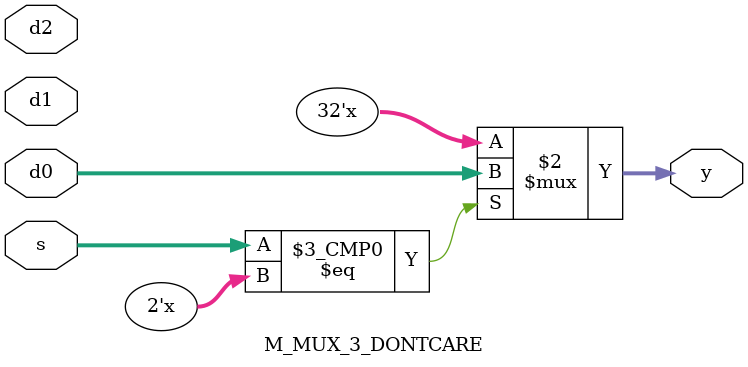
<source format=v>
module M_MUX_3_DONTCARE(
    input[31:0] d0, d1, d2,
    input[1:0] s,
    output reg[31:0] y);

    always@(*)
    begin
        case(s)
            2'bxx : y<=d0;
            2'b00 : y<=d0;
            2'b01 : y<=d1;
            2'b10 : y<=d2;
        endcase
    end

endmodule
</source>
